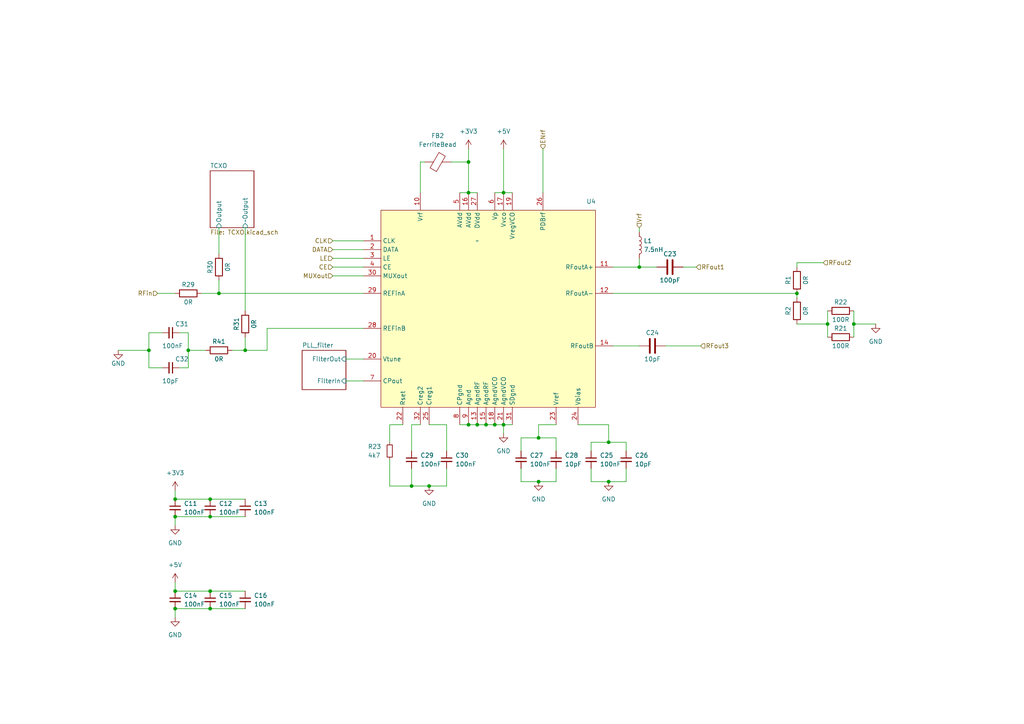
<source format=kicad_sch>
(kicad_sch (version 20230121) (generator eeschema)
  (paper "A4")
  (lib_symbols
    (symbol "ADF_5355_Lib:ADF5355"
      (property "Reference" "U" (at 44.45 35.56 0))
      (symbol "ADF5355_1_0"
        (pin passive line (at -35.56 20.32 0) (length 5.08) (name "CLK") (number "1"))
        (pin passive line (at -19.05 34.29 270) (length 5.08) (name "Vrf") (number "10"))
        (pin passive line (at 36.83 12.7 180) (length 5.08) (name "RFoutA+") (number "11"))
        (pin passive line (at 36.83 5.08 180) (length 5.08) (name "RFoutA-") (number "12"))
        (pin passive line (at -2.54 -33.02 90) (length 5.08) (name "AgndRF") (number "13"))
        (pin passive line (at 36.83 -10.16 180) (length 5.08) (name "RFoutB") (number "14"))
        (pin passive line (at 0 -33.02 90) (length 5.08) (name "AgndRF") (number "15"))
        (pin passive line (at -5.08 34.29 270) (length 5.08) (name "AVdd") (number "16"))
        (pin passive line (at 5.08 34.29 270) (length 5.08) (name "Vvco") (number "17"))
        (pin passive line (at 2.54 -33.02 90) (length 5.08) (name "AgndVCO") (number "18"))
        (pin passive line (at 7.62 34.29 270) (length 5.08) (name "VregVCO") (number "19"))
        (pin passive line (at -35.56 17.78 0) (length 5.08) (name "DATA") (number "2"))
        (pin passive line (at -35.56 -13.97 0) (length 5.08) (name "Vtune") (number "20"))
        (pin passive line (at 5.08 -33.02 90) (length 5.08) (name "AgndVCO") (number "21"))
        (pin passive line (at -24.13 -33.02 90) (length 5.08) (name "Rset") (number "22"))
        (pin passive line (at 20.32 -33.02 90) (length 5.08) (name "Vref") (number "23"))
        (pin passive line (at 26.67 -33.02 90) (length 5.08) (name "Vbias") (number "24"))
        (pin passive line (at -16.51 -33.02 90) (length 5.08) (name "Creg1") (number "25"))
        (pin passive line (at 16.51 34.29 270) (length 5.08) (name "PDBrf") (number "26"))
        (pin passive line (at -2.54 34.29 270) (length 5.08) (name "DVdd") (number "27"))
        (pin passive line (at -35.56 -5.08 0) (length 5.08) (name "REFinB") (number "28"))
        (pin passive line (at -35.56 5.08 0) (length 5.08) (name "REFinA") (number "29"))
        (pin passive line (at -35.56 15.24 0) (length 5.08) (name "LE") (number "3"))
        (pin passive line (at -35.56 10.16 0) (length 5.08) (name "MUXout") (number "30"))
        (pin passive line (at 7.62 -33.02 90) (length 5.08) (name "SDgnd") (number "31"))
        (pin passive line (at -19.05 -33.02 90) (length 5.08) (name "Creg2") (number "32"))
        (pin passive line (at -35.56 12.7 0) (length 5.08) (name "CE") (number "4"))
        (pin passive line (at -7.62 34.29 270) (length 5.08) (name "AVdd") (number "5"))
        (pin passive line (at 2.54 34.29 270) (length 5.08) (name "Vp") (number "6"))
        (pin passive line (at -35.56 -20.32 0) (length 5.08) (name "CPout") (number "7"))
        (pin passive line (at -7.62 -33.02 90) (length 5.08) (name "CPgnd") (number "8"))
        (pin passive line (at -5.08 -33.02 90) (length 5.08) (name "Agnd") (number "9"))
      )
      (symbol "ADF5355_1_1"
        (rectangle (start -30.48 29.21) (end 31.75 -27.94) (fill (type background)))
      )
    )
    (symbol "Device:C" (pin_numbers hide) (pin_names (offset 0.254))
      (property "Reference" "C" (at 0.635 2.54 0))
      (property "Value" "C" (at 0.635 -2.54 0))
      (symbol "C_0_1"
        (polyline (pts (xy -2.032 -0.762) (xy 2.032 -0.762)) (stroke (width 0.508)))
        (polyline (pts (xy -2.032 0.762) (xy 2.032 0.762)) (stroke (width 0.508)))
      )
      (symbol "C_1_1"
        (pin passive line (at 0 3.81 270) (length 2.794) (name "~") (number "1"))
        (pin passive line (at 0 -3.81 90) (length 2.794) (name "~") (number "2"))
      )
    )
    (symbol "Device:C_Small" (pin_numbers hide) (pin_names (offset 0.254) hide)
      (property "Reference" "C" (at 0.254 1.778 0))
      (property "Value" "C_Small" (at 0.254 -2.032 0))
      (symbol "C_Small_0_1"
        (polyline (pts (xy -1.524 -0.508) (xy 1.524 -0.508)) (stroke (width 0.3302)))
        (polyline (pts (xy -1.524 0.508) (xy 1.524 0.508)) (stroke (width 0.3048)))
      )
      (symbol "C_Small_1_1"
        (pin passive line (at 0 2.54 270) (length 2.032) (name "~") (number "1"))
        (pin passive line (at 0 -2.54 90) (length 2.032) (name "~") (number "2"))
      )
    )
    (symbol "Device:FerriteBead" (pin_numbers hide) (pin_names (offset 0))
      (property "Reference" "FB" (at -3.81 0.635 90))
      (property "Value" "FerriteBead" (at 3.81 0 90))
      (symbol "FerriteBead_0_1"
        (polyline (pts (xy 0 -1.27) (xy 0 -1.2192)))
        (polyline (pts (xy 0 1.27) (xy 0 1.2954)))
        (polyline (pts (xy -2.7686 0.4064) (xy -1.7018 2.2606) (xy 2.7686 -0.3048) (xy 1.6764 -2.159) (xy -2.7686 0.4064)))
      )
      (symbol "FerriteBead_1_1"
        (pin passive line (at 0 3.81 270) (length 2.54) (name "~") (number "1"))
        (pin passive line (at 0 -3.81 90) (length 2.54) (name "~") (number "2"))
      )
    )
    (symbol "Device:L" (pin_numbers hide) (pin_names (offset 1.016) hide)
      (property "Reference" "L" (at -1.27 0 90))
      (property "Value" "L" (at 1.905 0 90))
      (symbol "L_0_1"
        (arc (start 0 -2.54) (mid 0.6323 -1.905) (end 0 -1.27))
        (arc (start 0 -1.27) (mid 0.6323 -0.635) (end 0 0))
        (arc (start 0 0) (mid 0.6323 0.635) (end 0 1.27))
        (arc (start 0 1.27) (mid 0.6323 1.905) (end 0 2.54))
      )
      (symbol "L_1_1"
        (pin passive line (at 0 3.81 270) (length 1.27) (name "1") (number "1"))
        (pin passive line (at 0 -3.81 90) (length 1.27) (name "2") (number "2"))
      )
    )
    (symbol "Device:R" (pin_numbers hide) (pin_names (offset 0))
      (property "Reference" "R" (at 2.032 0 90))
      (property "Value" "R" (at 0 0 90))
      (symbol "R_0_1"
        (rectangle (start -1.016 -2.54) (end 1.016 2.54) (stroke (width 0.254)))
      )
      (symbol "R_1_1"
        (pin passive line (at 0 3.81 270) (length 1.27) (name "~") (number "1"))
        (pin passive line (at 0 -3.81 90) (length 1.27) (name "~") (number "2"))
      )
    )
    (symbol "Device:R_Small" (pin_numbers hide) (pin_names (offset 0.254) hide)
      (property "Reference" "R" (at 0.762 0.508 0))
      (property "Value" "R_Small" (at 0.762 -1.016 0))
      (symbol "R_Small_0_1"
        (rectangle (start -0.762 1.778) (end 0.762 -1.778) (stroke (width 0.2032)))
      )
      (symbol "R_Small_1_1"
        (pin passive line (at 0 2.54 270) (length 0.762) (name "~") (number "1"))
        (pin passive line (at 0 -2.54 90) (length 0.762) (name "~") (number "2"))
      )
    )
    (symbol "power:+3V3" (power) (pin_names (offset 0))
      (property "Value" "+3V3" (at 0 3.556 0))
      (symbol "+3V3_0_1"
        (polyline (pts (xy -0.762 1.27) (xy 0 2.54)))
        (polyline (pts (xy 0 0) (xy 0 2.54)))
        (polyline (pts (xy 0 2.54) (xy 0.762 1.27)))
      )
      (symbol "+3V3_1_1"
        (pin power_in line (at 0 0 90) (length 0) hide (name "+3V3") (number "1"))
      )
    )
    (symbol "power:+5V" (power) (pin_names (offset 0))
      (property "Value" "+5V" (at 0 3.556 0))
      (symbol "+5V_0_1"
        (polyline (pts (xy -0.762 1.27) (xy 0 2.54)))
        (polyline (pts (xy 0 0) (xy 0 2.54)))
        (polyline (pts (xy 0 2.54) (xy 0.762 1.27)))
      )
      (symbol "+5V_1_1"
        (pin power_in line (at 0 0 90) (length 0) hide (name "+5V") (number "1"))
      )
    )
    (symbol "power:GND" (power) (pin_names (offset 0))
      (property "Value" "GND" (at 0 -3.81 0))
      (symbol "GND_0_1"
        (polyline (pts (xy 0 0) (xy 0 -1.27) (xy 1.27 -1.27) (xy 0 -2.54) (xy -1.27 -1.27) (xy 0 -1.27)))
      )
      (symbol "GND_1_1"
        (pin power_in line (at 0 0 270) (length 0) hide (name "GND") (number "1"))
      )
    )
  )
  (junction (at 135.89 123.19))
  (junction (at 146.05 55.88))
  (junction (at 176.53 139.7))
  (junction (at 50.8 171.45))
  (junction (at 156.21 139.7))
  (junction (at 60.96 149.86))
  (junction (at 240.03 93.98))
  (junction (at 247.65 93.98))
  (junction (at 60.96 144.78))
  (junction (at 60.96 176.53))
  (junction (at 146.05 123.19))
  (junction (at 176.53 128.27))
  (junction (at 43.18 101.6))
  (junction (at 71.12 101.6))
  (junction (at 156.21 127))
  (junction (at 119.38 140.97))
  (junction (at 143.51 123.19))
  (junction (at 185.42 77.47))
  (junction (at 231.14 85.09))
  (junction (at 50.8 149.86))
  (junction (at 138.43 123.19))
  (junction (at 124.46 140.97))
  (junction (at 63.5 85.09))
  (junction (at 135.89 46.99))
  (junction (at 50.8 144.78))
  (junction (at 140.97 123.19))
  (junction (at 54.61 101.6))
  (junction (at 60.96 171.45))
  (junction (at 135.89 55.88))
  (junction (at 50.8 176.53))
  (wire (pts (xy 121.92 46.99) (xy 121.92 55.88)))
  (wire (pts (xy 135.89 55.88) (xy 138.43 55.88)))
  (wire (pts (xy 77.47 101.6) (xy 77.47 95.25)))
  (wire (pts (xy 143.51 55.88) (xy 146.05 55.88)))
  (wire (pts (xy 96.52 72.39) (xy 105.41 72.39)))
  (wire (pts (xy 231.14 86.36) (xy 231.14 85.09)))
  (wire (pts (xy 50.8 149.86) (xy 50.8 152.4)))
  (wire (pts (xy 231.14 93.98) (xy 240.03 93.98)))
  (wire (pts (xy 43.18 96.52) (xy 43.18 101.6)))
  (wire (pts (xy 247.65 93.98) (xy 254 93.98)))
  (wire (pts (xy 60.96 176.53) (xy 71.12 176.53)))
  (wire (pts (xy 46.99 96.52) (xy 43.18 96.52)))
  (wire (pts (xy 167.64 123.19) (xy 176.53 123.19)))
  (wire (pts (xy 119.38 135.89) (xy 119.38 140.97)))
  (wire (pts (xy 146.05 43.18) (xy 146.05 55.88)))
  (wire (pts (xy 171.45 139.7) (xy 176.53 139.7)))
  (wire (pts (xy 176.53 123.19) (xy 176.53 128.27)))
  (wire (pts (xy 50.8 171.45) (xy 60.96 171.45)))
  (wire (pts (xy 146.05 125.73) (xy 146.05 123.19)))
  (wire (pts (xy 113.03 133.35) (xy 113.03 140.97)))
  (wire (pts (xy 50.8 142.24) (xy 50.8 144.78)))
  (wire (pts (xy 58.42 85.09) (xy 63.5 85.09)))
  (wire (pts (xy 161.29 123.19) (xy 156.21 123.19)))
  (wire (pts (xy 146.05 55.88) (xy 148.59 55.88)))
  (wire (pts (xy 161.29 127) (xy 161.29 130.81)))
  (wire (pts (xy 185.42 77.47) (xy 190.5 77.47)))
  (wire (pts (xy 247.65 90.17) (xy 247.65 93.98)))
  (wire (pts (xy 60.96 149.86) (xy 71.12 149.86)))
  (wire (pts (xy 156.21 127) (xy 161.29 127)))
  (wire (pts (xy 185.42 74.93) (xy 185.42 77.47)))
  (wire (pts (xy 54.61 96.52) (xy 54.61 101.6)))
  (wire (pts (xy 176.53 139.7) (xy 181.61 139.7)))
  (wire (pts (xy 151.13 135.89) (xy 151.13 139.7)))
  (wire (pts (xy 161.29 139.7) (xy 161.29 135.89)))
  (wire (pts (xy 171.45 128.27) (xy 176.53 128.27)))
  (wire (pts (xy 157.48 43.18) (xy 157.48 55.88)))
  (wire (pts (xy 238.76 76.2) (xy 231.14 76.2)))
  (wire (pts (xy 71.12 66.04) (xy 71.12 90.17)))
  (wire (pts (xy 50.8 85.09) (xy 45.72 85.09)))
  (wire (pts (xy 54.61 101.6) (xy 59.69 101.6)))
  (wire (pts (xy 113.03 123.19) (xy 113.03 128.27)))
  (wire (pts (xy 156.21 139.7) (xy 161.29 139.7)))
  (wire (pts (xy 50.8 144.78) (xy 60.96 144.78)))
  (wire (pts (xy 63.5 73.66) (xy 63.5 66.04)))
  (wire (pts (xy 34.29 101.6) (xy 43.18 101.6)))
  (wire (pts (xy 119.38 140.97) (xy 124.46 140.97)))
  (wire (pts (xy 135.89 123.19) (xy 138.43 123.19)))
  (wire (pts (xy 77.47 101.6) (xy 71.12 101.6)))
  (wire (pts (xy 63.5 85.09) (xy 105.41 85.09)))
  (wire (pts (xy 121.92 123.19) (xy 119.38 123.19)))
  (wire (pts (xy 67.31 101.6) (xy 71.12 101.6)))
  (wire (pts (xy 177.8 77.47) (xy 185.42 77.47)))
  (wire (pts (xy 185.42 100.33) (xy 177.8 100.33)))
  (wire (pts (xy 181.61 139.7) (xy 181.61 135.89)))
  (wire (pts (xy 100.33 110.49) (xy 105.41 110.49)))
  (wire (pts (xy 151.13 139.7) (xy 156.21 139.7)))
  (wire (pts (xy 133.35 55.88) (xy 135.89 55.88)))
  (wire (pts (xy 52.07 96.52) (xy 54.61 96.52)))
  (wire (pts (xy 171.45 135.89) (xy 171.45 139.7)))
  (wire (pts (xy 124.46 123.19) (xy 129.54 123.19)))
  (wire (pts (xy 129.54 123.19) (xy 129.54 130.81)))
  (wire (pts (xy 124.46 140.97) (xy 129.54 140.97)))
  (wire (pts (xy 171.45 130.81) (xy 171.45 128.27)))
  (wire (pts (xy 60.96 171.45) (xy 71.12 171.45)))
  (wire (pts (xy 138.43 123.19) (xy 140.97 123.19)))
  (wire (pts (xy 185.42 67.31) (xy 185.42 66.04)))
  (wire (pts (xy 54.61 101.6) (xy 54.61 106.68)))
  (wire (pts (xy 50.8 149.86) (xy 60.96 149.86)))
  (wire (pts (xy 100.33 104.14) (xy 105.41 104.14)))
  (wire (pts (xy 96.52 77.47) (xy 105.41 77.47)))
  (wire (pts (xy 135.89 46.99) (xy 135.89 55.88)))
  (wire (pts (xy 113.03 140.97) (xy 119.38 140.97)))
  (wire (pts (xy 240.03 93.98) (xy 240.03 97.79)))
  (wire (pts (xy 96.52 74.93) (xy 105.41 74.93)))
  (wire (pts (xy 96.52 80.01) (xy 105.41 80.01)))
  (wire (pts (xy 60.96 144.78) (xy 71.12 144.78)))
  (wire (pts (xy 133.35 123.19) (xy 135.89 123.19)))
  (wire (pts (xy 140.97 123.19) (xy 143.51 123.19)))
  (wire (pts (xy 247.65 93.98) (xy 247.65 97.79)))
  (wire (pts (xy 151.13 130.81) (xy 151.13 127)))
  (wire (pts (xy 123.19 46.99) (xy 121.92 46.99)))
  (wire (pts (xy 231.14 76.2) (xy 231.14 77.47)))
  (wire (pts (xy 63.5 81.28) (xy 63.5 85.09)))
  (wire (pts (xy 43.18 101.6) (xy 43.18 106.68)))
  (wire (pts (xy 143.51 123.19) (xy 146.05 123.19)))
  (wire (pts (xy 198.12 77.47) (xy 201.93 77.47)))
  (wire (pts (xy 129.54 140.97) (xy 129.54 135.89)))
  (wire (pts (xy 176.53 128.27) (xy 181.61 128.27)))
  (wire (pts (xy 71.12 97.79) (xy 71.12 101.6)))
  (wire (pts (xy 96.52 69.85) (xy 105.41 69.85)))
  (wire (pts (xy 151.13 127) (xy 156.21 127)))
  (wire (pts (xy 54.61 106.68) (xy 52.07 106.68)))
  (wire (pts (xy 119.38 123.19) (xy 119.38 130.81)))
  (wire (pts (xy 43.18 106.68) (xy 46.99 106.68)))
  (wire (pts (xy 50.8 176.53) (xy 50.8 179.07)))
  (wire (pts (xy 146.05 123.19) (xy 148.59 123.19)))
  (wire (pts (xy 116.84 123.19) (xy 113.03 123.19)))
  (wire (pts (xy 77.47 95.25) (xy 105.41 95.25)))
  (wire (pts (xy 156.21 123.19) (xy 156.21 127)))
  (wire (pts (xy 193.04 100.33) (xy 203.2 100.33)))
  (wire (pts (xy 135.89 43.18) (xy 135.89 46.99)))
  (wire (pts (xy 50.8 168.91) (xy 50.8 171.45)))
  (wire (pts (xy 181.61 128.27) (xy 181.61 130.81)))
  (wire (pts (xy 231.14 85.09) (xy 177.8 85.09)))
  (wire (pts (xy 50.8 176.53) (xy 60.96 176.53)))
  (wire (pts (xy 130.81 46.99) (xy 135.89 46.99)))
  (wire (pts (xy 240.03 90.17) (xy 240.03 93.98)))
  (hierarchical_label "RFout1" (shape input) (at 201.93 77.47 0))
  (hierarchical_label "DATA" (shape input) (at 96.52 72.39 180))
  (hierarchical_label "RFin" (shape input) (at 45.72 85.09 180))
  (hierarchical_label "ENrf" (shape input) (at 157.48 43.18 90))
  (hierarchical_label "CLK" (shape input) (at 96.52 69.85 180))
  (hierarchical_label "RFout2" (shape input) (at 238.76 76.2 0))
  (hierarchical_label "Vrf" (shape input) (at 185.42 66.04 90))
  (hierarchical_label "MUXout" (shape input) (at 96.52 80.01 180))
  (hierarchical_label "LE" (shape input) (at 96.52 74.93 180))
  (hierarchical_label "CE" (shape input) (at 96.52 77.47 180))
  (hierarchical_label "RFout3" (shape input) (at 203.2 100.33 0))
  (symbol (lib_id "power:GND") (at 156.21 139.7 0) (unit 1)
    (property "Reference" "#PWR035" (effects hide))
    (property "Value" "GND" (at 156.21 144.78 0))
  )
  (symbol (lib_id "power:GND") (at 34.29 101.6 0) (unit 1)
    (property "Reference" "#PWR038" (effects hide))
    (property "Value" "GND" (at 34.29 105.41 0))
  )
  (symbol (lib_id "ADF_5355_Lib:ADF5355") (at 140.97 90.17 0) (unit 1)
    (property "Reference" "U4" (at 171.45 58.42 0))
    (property "Value" "~" (at 138.43 69.85 0))
    (property "Footprint" "ADF5355_footprint_lib:QFN-32_EP_5x5_Pitch0.5mm" (effects hide))
  )
  (symbol (lib_id "Device:C_Small") (at 60.96 147.32 0) (unit 1)
    (property "Reference" "C12" (at 63.5 146.0563 0) (effects (justify left)))
    (property "Value" "100nF" (at 63.5 148.5963 0) (effects (justify left)))
    (property "Footprint" "Capacitor_SMD:C_0402_1005Metric_Pad0.74x0.62mm_HandSolder" (effects hide))
  )
  (symbol (lib_id "Device:R") (at 63.5 101.6 90) (unit 1)
    (property "Reference" "R41" (at 63.5 99.06 90))
    (property "Value" "0R" (at 63.5 104.14 90))
    (property "Footprint" "Capacitor_SMD:C_0402_1005Metric_Pad0.74x0.62mm_HandSolder" (effects hide))
  )
  (symbol (lib_id "Device:L") (at 185.42 71.12 0) (unit 1)
    (property "Reference" "L1" (at 186.69 69.85 0) (effects (justify left)))
    (property "Value" "7.5nH" (at 186.69 72.39 0) (effects (justify left)))
    (property "Footprint" "Capacitor_SMD:C_0402_1005Metric_Pad0.74x0.62mm_HandSolder" (effects hide))
  )
  (symbol (lib_id "Device:R_Small") (at 113.03 130.81 0) (unit 1)
    (property "Reference" "R23" (at 106.68 129.54 0) (effects (justify left)))
    (property "Value" "4k7" (at 106.68 132.08 0) (effects (justify left)))
    (property "Footprint" "Resistor_SMD:R_0603_1608Metric_Pad0.98x0.95mm_HandSolder" (effects hide))
  )
  (symbol (lib_id "Device:C_Small") (at 71.12 147.32 0) (unit 1)
    (property "Reference" "C13" (at 73.66 146.0563 0) (effects (justify left)))
    (property "Value" "100nF" (at 73.66 148.5963 0) (effects (justify left)))
    (property "Footprint" "Capacitor_SMD:C_0402_1005Metric_Pad0.74x0.62mm_HandSolder" (effects hide))
  )
  (symbol (lib_id "Device:R") (at 243.84 97.79 90) (unit 1)
    (property "Reference" "R21" (at 243.84 95.25 90))
    (property "Value" "100R" (at 243.84 100.33 90))
    (property "Footprint" "Resistor_SMD:R_0603_1608Metric_Pad0.98x0.95mm_HandSolder" (effects hide))
  )
  (symbol (lib_id "power:+5V") (at 146.05 43.18 0) (unit 1)
    (property "Reference" "#PWR043" (effects hide))
    (property "Value" "+5V" (at 146.05 38.1 0))
  )
  (symbol (lib_id "Device:C_Small") (at 71.12 173.99 0) (unit 1)
    (property "Reference" "C16" (at 73.66 172.7263 0) (effects (justify left)))
    (property "Value" "100nF" (at 73.66 175.2663 0) (effects (justify left)))
    (property "Footprint" "Capacitor_SMD:C_0402_1005Metric_Pad0.74x0.62mm_HandSolder" (effects hide))
  )
  (symbol (lib_id "Device:R") (at 243.84 90.17 90) (unit 1)
    (property "Reference" "R22" (at 243.84 87.63 90))
    (property "Value" "100R" (at 243.84 92.71 90))
    (property "Footprint" "Resistor_SMD:R_0603_1608Metric_Pad0.98x0.95mm_HandSolder" (effects hide))
  )
  (symbol (lib_id "Device:C_Small") (at 49.53 106.68 270) (unit 1)
    (property "Reference" "C32" (at 50.8 104.14 90) (effects (justify left)))
    (property "Value" "10pF" (at 46.99 110.49 90) (effects (justify left)))
    (property "Footprint" "Capacitor_SMD:C_0402_1005Metric_Pad0.74x0.62mm_HandSolder" (effects hide))
  )
  (symbol (lib_id "Device:C") (at 189.23 100.33 90) (unit 1)
    (property "Reference" "C24" (at 189.23 96.52 90))
    (property "Value" "10pF" (at 189.23 104.14 90))
    (property "Footprint" "Capacitor_SMD:C_0201_0603Metric_Pad0.64x0.40mm_HandSolder" (effects hide))
  )
  (symbol (lib_id "power:GND") (at 254 93.98 0) (unit 1)
    (property "Reference" "#PWR034" (effects hide))
    (property "Value" "GND" (at 254 99.06 0))
  )
  (symbol (lib_id "Device:C_Small") (at 60.96 173.99 0) (unit 1)
    (property "Reference" "C15" (at 63.5 172.7263 0) (effects (justify left)))
    (property "Value" "100nF" (at 63.5 175.2663 0) (effects (justify left)))
    (property "Footprint" "Capacitor_SMD:C_0402_1005Metric_Pad0.74x0.62mm_HandSolder" (effects hide))
  )
  (symbol (lib_id "power:GND") (at 124.46 140.97 0) (unit 1)
    (property "Reference" "#PWR037" (effects hide))
    (property "Value" "GND" (at 124.46 146.05 0))
  )
  (symbol (lib_id "Device:C_Small") (at 119.38 133.35 0) (unit 1)
    (property "Reference" "C29" (at 121.92 132.0863 0) (effects (justify left)))
    (property "Value" "100nF" (at 121.92 134.6263 0) (effects (justify left)))
    (property "Footprint" "Capacitor_SMD:C_0402_1005Metric_Pad0.74x0.62mm_HandSolder" (effects hide))
  )
  (symbol (lib_id "power:GND") (at 50.8 152.4 0) (unit 1)
    (property "Reference" "#PWR017" (effects hide))
    (property "Value" "GND" (at 50.8 157.48 0))
  )
  (symbol (lib_id "Device:C_Small") (at 171.45 133.35 0) (unit 1)
    (property "Reference" "C25" (at 173.99 132.0863 0) (effects (justify left)))
    (property "Value" "100nF" (at 173.99 134.6263 0) (effects (justify left)))
    (property "Footprint" "Capacitor_SMD:C_0402_1005Metric_Pad0.74x0.62mm_HandSolder" (effects hide))
  )
  (symbol (lib_id "power:GND") (at 176.53 139.7 0) (unit 1)
    (property "Reference" "#PWR036" (effects hide))
    (property "Value" "GND" (at 176.53 144.78 0))
  )
  (symbol (lib_id "Device:C_Small") (at 129.54 133.35 0) (unit 1)
    (property "Reference" "C30" (at 132.08 132.0863 0) (effects (justify left)))
    (property "Value" "100nF" (at 132.08 134.6263 0) (effects (justify left)))
    (property "Footprint" "Capacitor_SMD:C_0402_1005Metric_Pad0.74x0.62mm_HandSolder" (effects hide))
  )
  (symbol (lib_id "power:GND") (at 146.05 125.73 0) (unit 1)
    (property "Reference" "#PWR033" (effects hide))
    (property "Value" "GND" (at 146.05 130.81 0))
  )
  (symbol (lib_id "power:+3V3") (at 135.89 43.18 0) (unit 1)
    (property "Reference" "#PWR042" (effects hide))
    (property "Value" "+3V3" (at 135.89 38.1 0))
  )
  (symbol (lib_id "Device:C_Small") (at 181.61 133.35 0) (unit 1)
    (property "Reference" "C26" (at 184.15 132.0863 0) (effects (justify left)))
    (property "Value" "10pF" (at 184.15 134.6263 0) (effects (justify left)))
    (property "Footprint" "Capacitor_SMD:C_0402_1005Metric_Pad0.74x0.62mm_HandSolder" (effects hide))
  )
  (symbol (lib_id "Device:R") (at 54.61 85.09 90) (unit 1)
    (property "Reference" "R29" (at 54.61 82.55 90))
    (property "Value" "0R" (at 54.61 87.63 90))
    (property "Footprint" "Capacitor_SMD:C_0402_1005Metric_Pad0.74x0.62mm_HandSolder" (effects hide))
  )
  (symbol (lib_id "Device:C_Small") (at 50.8 173.99 0) (unit 1)
    (property "Reference" "C14" (at 53.34 172.7263 0) (effects (justify left)))
    (property "Value" "100nF" (at 53.34 175.2663 0) (effects (justify left)))
    (property "Footprint" "Capacitor_SMD:C_0402_1005Metric_Pad0.74x0.62mm_HandSolder" (effects hide))
  )
  (symbol (lib_id "Device:C_Small") (at 161.29 133.35 0) (unit 1)
    (property "Reference" "C28" (at 163.83 132.08 0) (effects (justify left)))
    (property "Value" "10pF" (at 163.83 134.62 0) (effects (justify left)))
    (property "Footprint" "Capacitor_SMD:C_0402_1005Metric_Pad0.74x0.62mm_HandSolder" (effects hide))
  )
  (symbol (lib_id "Device:R") (at 231.14 81.28 180) (unit 1)
    (property "Reference" "R1" (at 228.6 81.28 90))
    (property "Value" "0R" (at 233.68 81.28 90))
    (property "Footprint" "Capacitor_SMD:C_0402_1005Metric_Pad0.74x0.62mm_HandSolder" (effects hide))
  )
  (symbol (lib_id "Device:C_Small") (at 50.8 147.32 0) (unit 1)
    (property "Reference" "C11" (at 53.34 146.0563 0) (effects (justify left)))
    (property "Value" "100nF" (at 53.34 148.5963 0) (effects (justify left)))
    (property "Footprint" "Capacitor_SMD:C_0402_1005Metric_Pad0.74x0.62mm_HandSolder" (effects hide))
  )
  (symbol (lib_id "Device:FerriteBead") (at 127 46.99 90) (unit 1)
    (property "Reference" "FB2" (at 126.9492 39.37 90))
    (property "Value" "FerriteBead" (at 126.9492 41.91 90))
    (property "Footprint" "Resistor_SMD:R_0603_1608Metric_Pad0.98x0.95mm_HandSolder" (effects hide))
  )
  (symbol (lib_id "Device:C_Small") (at 151.13 133.35 0) (unit 1)
    (property "Reference" "C27" (at 153.67 132.0863 0) (effects (justify left)))
    (property "Value" "100nF" (at 153.67 134.6263 0) (effects (justify left)))
    (property "Footprint" "Capacitor_SMD:C_0402_1005Metric_Pad0.74x0.62mm_HandSolder" (effects hide))
  )
  (symbol (lib_id "Device:R") (at 71.12 93.98 180) (unit 1)
    (property "Reference" "R31" (at 68.58 93.98 90))
    (property "Value" "0R" (at 73.66 93.98 90))
    (property "Footprint" "Capacitor_SMD:C_0402_1005Metric_Pad0.74x0.62mm_HandSolder" (effects hide))
  )
  (symbol (lib_id "Device:C") (at 194.31 77.47 90) (unit 1)
    (property "Reference" "C23" (at 194.31 73.66 90))
    (property "Value" "100pF" (at 194.31 81.28 90))
    (property "Footprint" "Capacitor_SMD:C_0201_0603Metric_Pad0.64x0.40mm_HandSolder" (effects hide))
  )
  (symbol (lib_id "power:+3V3") (at 50.8 142.24 0) (unit 1)
    (property "Reference" "#PWR016" (effects hide))
    (property "Value" "+3V3" (at 50.8 137.16 0))
  )
  (symbol (lib_id "Device:C_Small") (at 49.53 96.52 270) (unit 1)
    (property "Reference" "C31" (at 50.8 93.98 90) (effects (justify left)))
    (property "Value" "100nF" (at 46.99 100.33 90) (effects (justify left)))
    (property "Footprint" "Capacitor_SMD:C_0402_1005Metric_Pad0.74x0.62mm_HandSolder" (effects hide))
  )
  (symbol (lib_id "power:GND") (at 50.8 179.07 0) (unit 1)
    (property "Reference" "#PWR021" (effects hide))
    (property "Value" "GND" (at 50.8 184.15 0))
  )
  (symbol (lib_id "power:+5V") (at 50.8 168.91 0) (unit 1)
    (property "Reference" "#PWR022" (effects hide))
    (property "Value" "+5V" (at 50.8 163.83 0))
  )
  (symbol (lib_id "Device:R") (at 231.14 90.17 180) (unit 1)
    (property "Reference" "R2" (at 228.6 90.17 90))
    (property "Value" "0R" (at 233.68 90.17 90))
    (property "Footprint" "Capacitor_SMD:C_0402_1005Metric_Pad0.74x0.62mm_HandSolder" (effects hide))
  )
  (symbol (lib_id "Device:R") (at 63.5 77.47 180) (unit 1)
    (property "Reference" "R30" (at 60.96 77.47 90))
    (property "Value" "0R" (at 66.04 77.47 90))
    (property "Footprint" "Capacitor_SMD:C_0402_1005Metric_Pad0.74x0.62mm_HandSolder" (effects hide))
  )
  (sheet (at 60.96 49.53) (size 12.7 16.51) (stroke (width 0.1524))
    (property "Sheetname" "TCXO" (at 60.96 48.8184 0) (effects (justify left bottom)))
    (property "Sheetfile" "TCXO.kicad_sch" (at 60.96 66.6246 0) (effects (justify left top)))
    (pin "Output" input (at 63.5 66.04 270))
    (pin "~Output" input (at 71.12 66.04 270))
  )
  (sheet (at 87.63 101.6) (size 12.7 11.43) (stroke (width 0.1524))
    (property "Sheetname" "PLL_filter" (at 87.63 100.8884 0) (effects (justify left bottom)))
    (property "Sheetfile" "PLL_filter.kicad_sch" (effects hide))
    (pin "FilterOut" input (at 100.33 104.14 0))
    (pin "FilterIn" input (at 100.33 110.49 0))
  )
)
</source>
